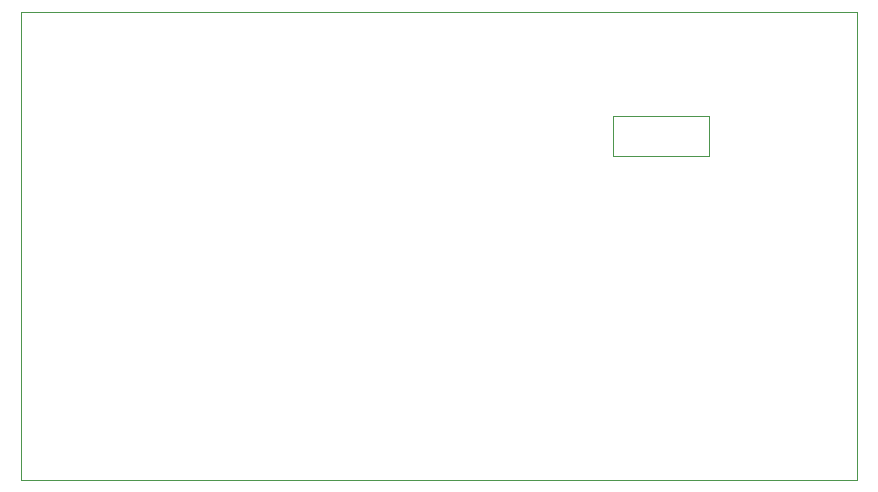
<source format=gbr>
%TF.GenerationSoftware,KiCad,Pcbnew,(6.0.1)*%
%TF.CreationDate,2022-06-17T02:15:53-07:00*%
%TF.ProjectId,BonkDaddyPanel,426f6e6b-4461-4646-9479-50616e656c2e,1.2*%
%TF.SameCoordinates,Original*%
%TF.FileFunction,Profile,NP*%
%FSLAX46Y46*%
G04 Gerber Fmt 4.6, Leading zero omitted, Abs format (unit mm)*
G04 Created by KiCad (PCBNEW (6.0.1)) date 2022-06-17 02:15:53*
%MOMM*%
%LPD*%
G01*
G04 APERTURE LIST*
%TA.AperFunction,Profile*%
%ADD10C,0.050000*%
%TD*%
G04 APERTURE END LIST*
D10*
X120800000Y-42175000D02*
X50000000Y-42175000D01*
X100100000Y-51000000D02*
X108200000Y-51000000D01*
X120800000Y-81825000D02*
X120800000Y-42175000D01*
X50000000Y-42175000D02*
X50000000Y-81825000D01*
X108200000Y-51000000D02*
X108200000Y-54400000D01*
X100100000Y-51000000D02*
X100100000Y-54400000D01*
X100100000Y-54400000D02*
X108200000Y-54400000D01*
X50000000Y-81825000D02*
X120800000Y-81825000D01*
M02*

</source>
